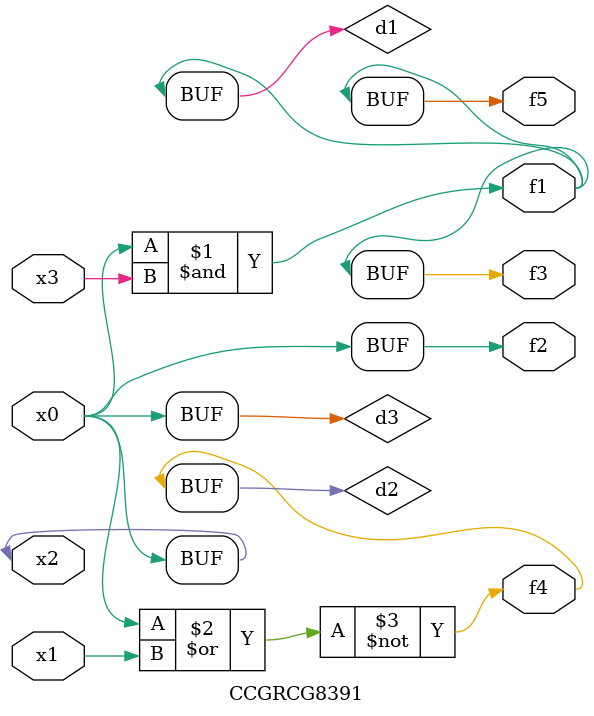
<source format=v>
module CCGRCG8391(
	input x0, x1, x2, x3,
	output f1, f2, f3, f4, f5
);

	wire d1, d2, d3;

	and (d1, x2, x3);
	nor (d2, x0, x1);
	buf (d3, x0, x2);
	assign f1 = d1;
	assign f2 = d3;
	assign f3 = d1;
	assign f4 = d2;
	assign f5 = d1;
endmodule

</source>
